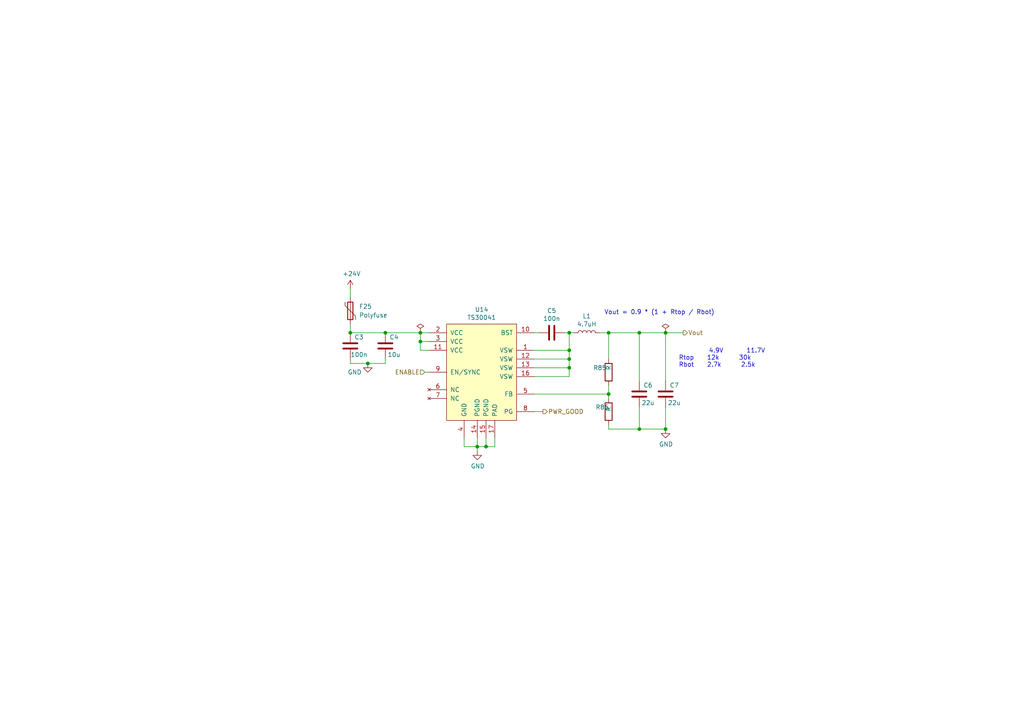
<source format=kicad_sch>
(kicad_sch (version 20211123) (generator eeschema)
  (paper "A4")
  (lib_symbols
    (symbol "Device:C" (pin_numbers hide) (pin_names (offset 0.254))
      (property "Reference" "C" (at 0.635 2.54 0))
      (property "Value" "C" (at 0.635 -2.54 0))
      (symbol "C_0_1"
        (polyline (pts (xy -2.032 -0.762) (xy 2.032 -0.762)) (stroke (width 0.508)))
        (polyline (pts (xy -2.032 0.762) (xy 2.032 0.762)) (stroke (width 0.508)))
      )
      (symbol "C_1_1"
        (pin passive line (at 0 3.81 270) (length 2.794) (name "~") (number "1"))
        (pin passive line (at 0 -3.81 90) (length 2.794) (name "~") (number "2"))
      )
    )
    (symbol "Device:L" (pin_numbers hide) (pin_names (offset 1.016) hide)
      (property "Reference" "L" (at -1.27 0 90))
      (property "Value" "L" (at 1.905 0 90))
      (symbol "L_0_1"
        (arc (start 0 -2.54) (mid 0.635 -1.905) (end 0 -1.27))
        (arc (start 0 -1.27) (mid 0.635 -0.635) (end 0 0))
        (arc (start 0 0) (mid 0.635 0.635) (end 0 1.27))
        (arc (start 0 1.27) (mid 0.635 1.905) (end 0 2.54))
      )
      (symbol "L_1_1"
        (pin passive line (at 0 3.81 270) (length 1.27) (name "1") (number "1"))
        (pin passive line (at 0 -3.81 90) (length 1.27) (name "2") (number "2"))
      )
    )
    (symbol "Device:Polyfuse" (pin_numbers hide) (pin_names (offset 0))
      (property "Reference" "F" (at -2.54 0 90))
      (property "Value" "Polyfuse" (at 2.54 0 90))
      (symbol "Polyfuse_0_1"
        (rectangle (start -0.762 2.54) (end 0.762 -2.54) (stroke (width 0.254)))
        (polyline (pts (xy 0 2.54) (xy 0 -2.54)))
        (polyline (pts (xy -1.524 2.54) (xy -1.524 1.524) (xy 1.524 -1.524) (xy 1.524 -2.54)))
      )
      (symbol "Polyfuse_1_1"
        (pin passive line (at 0 3.81 270) (length 1.27) (name "~") (number "1"))
        (pin passive line (at 0 -3.81 90) (length 1.27) (name "~") (number "2"))
      )
    )
    (symbol "Device:R" (pin_numbers hide) (pin_names (offset 0))
      (property "Reference" "R" (at 2.032 0 90))
      (property "Value" "R" (at 0 0 90))
      (symbol "R_0_1"
        (rectangle (start -1.016 -2.54) (end 1.016 2.54) (stroke (width 0.254)))
      )
      (symbol "R_1_1"
        (pin passive line (at 0 3.81 270) (length 1.27) (name "~") (number "1"))
        (pin passive line (at 0 -3.81 90) (length 1.27) (name "~") (number "2"))
      )
    )
    (symbol "TXV_Library_Symbols:TS30041" (pin_names (offset 1.016))
      (property "Reference" "U" (at 0 17.78 0))
      (property "Value" "TS30041" (at 0 15.24 0))
      (symbol "TS30041_0_1"
        (rectangle (start -10.16 13.97) (end 10.16 -13.97) (fill (type background)))
      )
      (symbol "TS30041_1_1"
        (pin bidirectional line (at 15.24 6.35 180) (length 5.08) (name "VSW") (number "1"))
        (pin bidirectional line (at 15.24 11.43 180) (length 5.08) (name "BST") (number "10"))
        (pin power_in line (at -15.24 6.35 0) (length 5.08) (name "VCC") (number "11"))
        (pin bidirectional line (at 15.24 3.81 180) (length 5.08) (name "VSW") (number "12"))
        (pin bidirectional line (at 15.24 1.27 180) (length 5.08) (name "VSW") (number "13"))
        (pin power_in line (at -1.27 -19.05 90) (length 5.08) (name "PGND") (number "14"))
        (pin power_in line (at 1.27 -19.05 90) (length 5.08) (name "PGND") (number "15"))
        (pin bidirectional line (at 15.24 -1.27 180) (length 5.08) (name "VSW") (number "16"))
        (pin power_in line (at 3.81 -19.05 90) (length 5.08) (name "PAD") (number "17"))
        (pin power_in line (at -15.24 11.43 0) (length 5.08) (name "VCC") (number "2"))
        (pin power_in line (at -15.24 8.89 0) (length 5.08) (name "VCC") (number "3"))
        (pin power_in line (at -5.08 -19.05 90) (length 5.08) (name "GND") (number "4"))
        (pin input line (at 15.24 -6.35 180) (length 5.08) (name "FB") (number "5"))
        (pin no_connect line (at -15.24 -5.08 0) (length 5.08) (name "NC") (number "6"))
        (pin no_connect line (at -15.24 -7.62 0) (length 5.08) (name "NC") (number "7"))
        (pin open_collector line (at 15.24 -11.43 180) (length 5.08) (name "PG") (number "8"))
        (pin input line (at -15.24 0 0) (length 5.08) (name "EN/SYNC") (number "9"))
      )
    )
    (symbol "power:+24V" (power) (pin_names (offset 0))
      (property "Value" "+24V" (at 0 3.556 0))
      (symbol "+24V_0_1"
        (polyline (pts (xy -0.762 1.27) (xy 0 2.54)))
        (polyline (pts (xy 0 0) (xy 0 2.54)))
        (polyline (pts (xy 0 2.54) (xy 0.762 1.27)))
      )
      (symbol "+24V_1_1"
        (pin power_in line (at 0 0 90) (length 0) hide (name "+24V") (number "1"))
      )
    )
    (symbol "power:GND" (power) (pin_names (offset 0))
      (property "Value" "GND" (at 0 -3.81 0))
      (symbol "GND_0_1"
        (polyline (pts (xy 0 0) (xy 0 -1.27) (xy 1.27 -1.27) (xy 0 -2.54) (xy -1.27 -1.27) (xy 0 -1.27)))
      )
      (symbol "GND_1_1"
        (pin power_in line (at 0 0 270) (length 0) hide (name "GND") (number "1"))
      )
    )
    (symbol "power:PWR_FLAG" (power) (pin_numbers hide) (pin_names (offset 0) hide)
      (property "Value" "PWR_FLAG" (at 0 3.81 0))
      (symbol "PWR_FLAG_0_0"
        (pin power_out line (at 0 0 90) (length 0) (name "pwr") (number "1"))
      )
      (symbol "PWR_FLAG_0_1"
        (polyline (pts (xy 0 0) (xy 0 1.27) (xy -1.016 1.905) (xy 0 2.54) (xy 1.016 1.905) (xy 0 1.27)))
      )
    )
  )
  (junction (at 106.68 105.41))
  (junction (at 165.1 101.6))
  (junction (at 185.42 124.46))
  (junction (at 111.76 96.52))
  (junction (at 176.53 96.52))
  (junction (at 140.97 129.54))
  (junction (at 193.04 124.46))
  (junction (at 165.1 104.14))
  (junction (at 121.92 96.52))
  (junction (at 185.42 96.52))
  (junction (at 165.1 106.68))
  (junction (at 176.53 114.3))
  (junction (at 138.43 129.54))
  (junction (at 193.04 96.52))
  (junction (at 121.92 99.06))
  (junction (at 101.6 96.52))
  (junction (at 165.1 96.52))
  (wire (pts (xy 165.1 104.14) (xy 154.94 104.14)))
  (wire (pts (xy 138.43 127) (xy 138.43 129.54)))
  (wire (pts (xy 101.6 86.36) (xy 101.6 83.82)))
  (wire (pts (xy 156.21 96.52) (xy 154.94 96.52)))
  (wire (pts (xy 176.53 111.76) (xy 176.53 114.3)))
  (wire (pts (xy 185.42 96.52) (xy 193.04 96.52)))
  (wire (pts (xy 101.6 96.52) (xy 111.76 96.52)))
  (wire (pts (xy 121.92 96.52) (xy 124.46 96.52)))
  (wire (pts (xy 193.04 96.52) (xy 193.04 110.49)))
  (wire (pts (xy 140.97 129.54) (xy 138.43 129.54)))
  (wire (pts (xy 111.76 104.14) (xy 111.76 105.41)))
  (wire (pts (xy 176.53 124.46) (xy 185.42 124.46)))
  (wire (pts (xy 176.53 96.52) (xy 185.42 96.52)))
  (wire (pts (xy 193.04 96.52) (xy 198.12 96.52)))
  (wire (pts (xy 134.62 129.54) (xy 134.62 127)))
  (wire (pts (xy 185.42 96.52) (xy 185.42 110.49)))
  (wire (pts (xy 154.94 114.3) (xy 176.53 114.3)))
  (wire (pts (xy 185.42 118.11) (xy 185.42 124.46)))
  (wire (pts (xy 193.04 124.46) (xy 185.42 124.46)))
  (wire (pts (xy 140.97 127) (xy 140.97 129.54)))
  (wire (pts (xy 138.43 129.54) (xy 134.62 129.54)))
  (wire (pts (xy 124.46 107.95) (xy 123.19 107.95)))
  (wire (pts (xy 154.94 119.38) (xy 157.48 119.38)))
  (wire (pts (xy 173.99 96.52) (xy 176.53 96.52)))
  (wire (pts (xy 121.92 99.06) (xy 124.46 99.06)))
  (wire (pts (xy 106.68 105.41) (xy 101.6 105.41)))
  (wire (pts (xy 101.6 96.52) (xy 101.6 93.98)))
  (wire (pts (xy 111.76 105.41) (xy 106.68 105.41)))
  (wire (pts (xy 165.1 96.52) (xy 163.83 96.52)))
  (wire (pts (xy 121.92 96.52) (xy 111.76 96.52)))
  (wire (pts (xy 138.43 130.81) (xy 138.43 129.54)))
  (wire (pts (xy 143.51 127) (xy 143.51 129.54)))
  (wire (pts (xy 124.46 101.6) (xy 121.92 101.6)))
  (wire (pts (xy 176.53 115.57) (xy 176.53 114.3)))
  (wire (pts (xy 121.92 99.06) (xy 121.92 96.52)))
  (wire (pts (xy 154.94 101.6) (xy 165.1 101.6)))
  (wire (pts (xy 165.1 104.14) (xy 165.1 101.6)))
  (wire (pts (xy 121.92 101.6) (xy 121.92 99.06)))
  (wire (pts (xy 143.51 129.54) (xy 140.97 129.54)))
  (wire (pts (xy 165.1 101.6) (xy 165.1 96.52)))
  (wire (pts (xy 193.04 118.11) (xy 193.04 124.46)))
  (wire (pts (xy 154.94 106.68) (xy 165.1 106.68)))
  (wire (pts (xy 165.1 109.22) (xy 165.1 106.68)))
  (wire (pts (xy 176.53 123.19) (xy 176.53 124.46)))
  (wire (pts (xy 101.6 105.41) (xy 101.6 104.14)))
  (wire (pts (xy 176.53 96.52) (xy 176.53 104.14)))
  (wire (pts (xy 154.94 109.22) (xy 165.1 109.22)))
  (wire (pts (xy 166.37 96.52) (xy 165.1 96.52)))
  (wire (pts (xy 165.1 106.68) (xy 165.1 104.14)))
  (text "         4.9V       11.7V\nRtop    12k      30k\nRbot    2.7k      2.5k" (at 196.85 106.68 0) (effects (font (size 1.27 1.27)) (justify left bottom)))
  (text "Vout = 0.9 * (1 + Rtop / Rbot)" (at 175.26 91.44 0) (effects (font (size 1.27 1.27)) (justify left bottom)))
  (hierarchical_label "ENABLE" (shape input) (at 123.19 107.95 180))
  (hierarchical_label "Vout" (shape output) (at 198.12 96.52 0))
  (hierarchical_label "PWR_GOOD" (shape output) (at 157.48 119.38 0))
  (symbol (lib_id "power:PWR_FLAG") (at 121.92 96.52 0) (unit 1)
    (property "Reference" "#FLG0101" (effects hide))
    (property "Value" "PWR_FLAG" (effects hide))
  )
  (symbol (lib_id "power:PWR_FLAG") (at 193.04 96.52 0) (unit 1)
    (property "Reference" "#FLG02" (effects hide))
    (property "Value" "PWR_FLAG" (effects hide))
  )
  (symbol (lib_id "Device:C") (at 160.02 96.52 270) (unit 1)
    (property "Reference" "C5" (at 160.02 90.1192 90))
    (property "Value" "100n" (at 160.02 92.4306 90))
    (property "Footprint" "Capacitor_SMD:C_0603_1608Metric" (effects hide))
  )
  (symbol (lib_id "power:GND") (at 193.04 124.46 0) (unit 1)
    (property "Reference" "#PWR0112" (effects hide))
    (property "Value" "GND" (at 193.167 128.8542 0))
  )
  (symbol (lib_id "Device:C") (at 101.6 100.33 180) (unit 1)
    (property "Reference" "C3" (at 104.14 97.79 0))
    (property "Value" "100n" (at 104.14 102.87 0))
    (property "Footprint" "Capacitor_SMD:C_0402_1005Metric" (effects hide))
  )
  (symbol (lib_id "power:GND") (at 106.68 105.41 0) (unit 1)
    (property "Reference" "#PWR0110" (effects hide))
    (property "Value" "GND" (at 102.87 107.95 0))
  )
  (symbol (lib_id "Device:Polyfuse") (at 101.6 90.17 0) (unit 1)
    (property "Reference" "F25" (at 104.14 88.8999 0) (effects (justify left)))
    (property "Value" "Polyfuse" (at 104.14 91.4399 0) (effects (justify left)))
    (property "Footprint" "TXV_Library_Footprints:0805L110SL PPTC Polyfuse Littelfuse" (effects hide))
  )
  (symbol (lib_id "Device:C") (at 193.04 114.3 180) (unit 1)
    (property "Reference" "C7" (at 195.58 111.76 0))
    (property "Value" "22u" (at 195.58 116.84 0))
    (property "Footprint" "Capacitor_SMD:C_0603_1608Metric" (effects hide))
  )
  (symbol (lib_id "Device:R") (at 176.53 107.95 180) (unit 1)
    (property "Reference" "R85" (at 173.99 106.68 0))
    (property "Value" "R" (at 176.53 106.68 90))
    (property "Footprint" "Resistor_SMD:R_0603_1608Metric" (effects hide))
  )
  (symbol (lib_id "power:+24V") (at 101.6 83.82 0) (unit 1)
    (property "Reference" "#PWR0109" (effects hide))
    (property "Value" "+24V" (at 101.981 79.4258 0))
  )
  (symbol (lib_id "Device:L") (at 170.18 96.52 90) (unit 1)
    (property "Reference" "L1" (at 170.18 91.694 90))
    (property "Value" "4.7uH" (at 170.18 94.0054 90))
    (property "Footprint" "TXV_Library_Footprints:SRN4018TA-4R7M" (effects hide))
  )
  (symbol (lib_id "TXV_Library_Symbols:TS30041") (at 139.7 107.95 0) (unit 1)
    (property "Reference" "U14" (at 139.7 89.789 0))
    (property "Value" "TS30041" (at 139.7 92.1004 0))
    (property "Footprint" "Package_DFN_QFN:QFN-16-1EP_3x3mm_P0.5mm_EP1.75x1.75mm_ThermalVias" (effects hide))
  )
  (symbol (lib_id "Device:R") (at 176.53 119.38 0) (unit 1)
    (property "Reference" "R86" (at 172.72 118.11 0) (effects (justify left)))
    (property "Value" "R" (at 176.53 119.38 90) (effects (justify left)))
    (property "Footprint" "Resistor_SMD:R_0603_1608Metric" (effects hide))
  )
  (symbol (lib_id "Device:C") (at 111.76 100.33 180) (unit 1)
    (property "Reference" "C4" (at 114.3 97.79 0))
    (property "Value" "10u" (at 114.3 102.87 0))
    (property "Footprint" "Capacitor_SMD:C_0603_1608Metric" (effects hide))
  )
  (symbol (lib_id "power:GND") (at 138.43 130.81 0) (unit 1)
    (property "Reference" "#PWR0111" (effects hide))
    (property "Value" "GND" (at 138.557 135.2042 0))
  )
  (symbol (lib_id "Device:C") (at 185.42 114.3 180) (unit 1)
    (property "Reference" "C6" (at 187.96 111.76 0))
    (property "Value" "22u" (at 187.96 116.84 0))
    (property "Footprint" "Capacitor_SMD:C_0603_1608Metric" (effects hide))
  )
)
</source>
